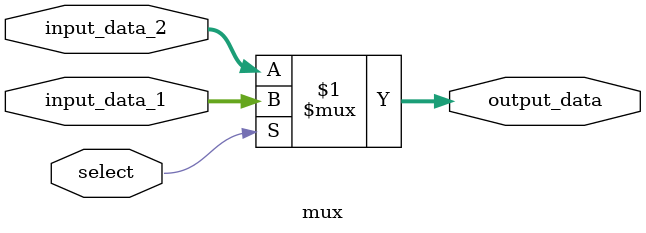
<source format=v>
module mux(input_data_1, input_data_2, select, output_data);
    parameter n = 64;

	input select;
	input [n - 1 : 0] input_data_1, input_data_2;
	output[n - 1 : 0] output_data;

	assign output_data = select ? input_data_1 : input_data_2;

endmodule
</source>
